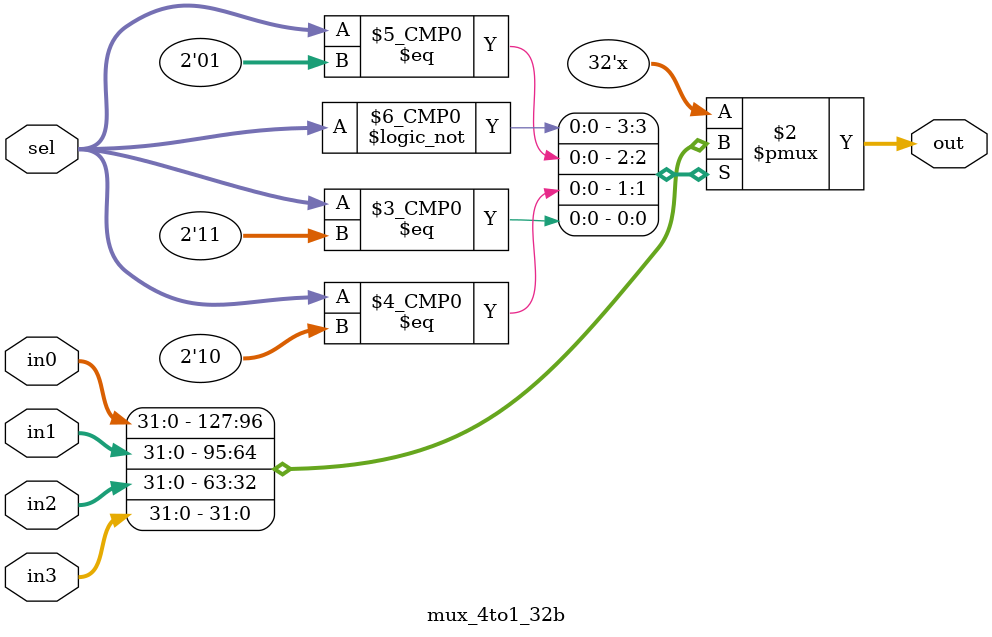
<source format=v>
module mux_4to1_32b(out, in0, in1, in2, in3, sel);
	
	input [31:0] in0, in1, in2, in3;
	input [1:0] sel;
	output reg [31:0] out;
	
	always @(in0, in1, in2, in3, sel) begin
		case(sel)
			2'd0: out <= in0;
			2'd1: out <= in1;
			2'd2: out <= in2;
			2'd3: out <= in3;
		endcase
	end
endmodule
</source>
